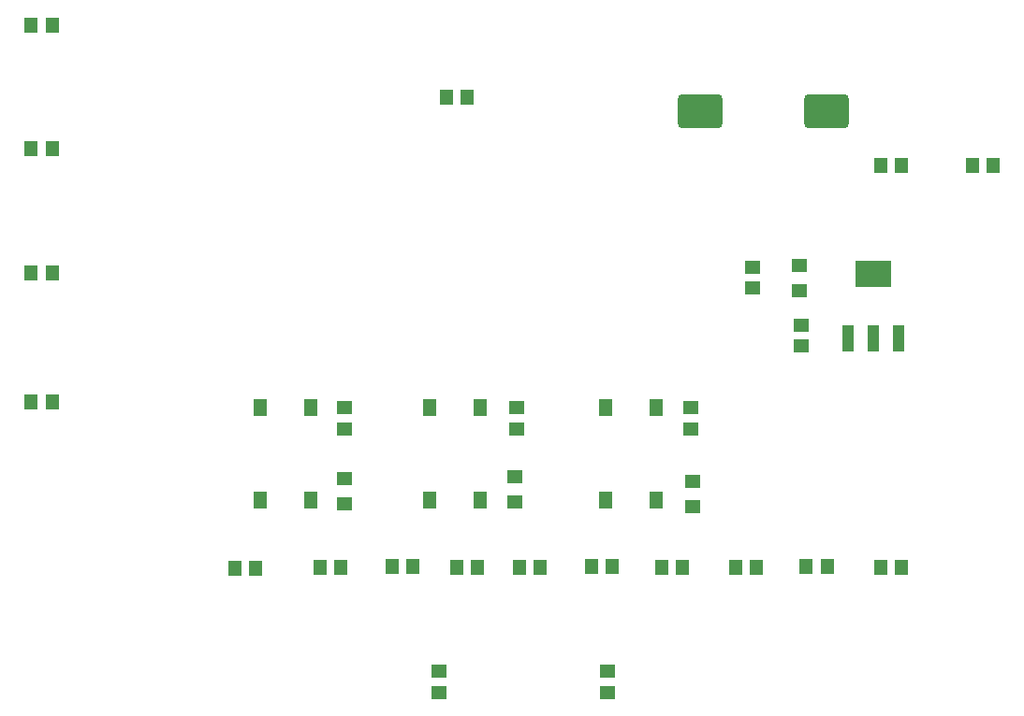
<source format=gtp>
G04*
G04 #@! TF.GenerationSoftware,Altium Limited,Altium Designer,21.3.2 (30)*
G04*
G04 Layer_Color=8421504*
%FSTAX44Y44*%
%MOMM*%
G71*
G04*
G04 #@! TF.SameCoordinates,BAFF9CCB-06E3-4415-8BD8-540CAB7B7E79*
G04*
G04*
G04 #@! TF.FilePolarity,Positive*
G04*
G01*
G75*
G04:AMPARAMS|DCode=21|XSize=4mm|YSize=3mm|CornerRadius=0.3mm|HoleSize=0mm|Usage=FLASHONLY|Rotation=180.000|XOffset=0mm|YOffset=0mm|HoleType=Round|Shape=RoundedRectangle|*
%AMROUNDEDRECTD21*
21,1,4.0000,2.4000,0,0,180.0*
21,1,3.4000,3.0000,0,0,180.0*
1,1,0.6000,-1.7000,1.2000*
1,1,0.6000,1.7000,1.2000*
1,1,0.6000,1.7000,-1.2000*
1,1,0.6000,-1.7000,-1.2000*
%
%ADD21ROUNDEDRECTD21*%
%ADD22R,1.4000X1.2000*%
%ADD23R,1.2000X1.4000*%
%ADD24R,1.3970X1.2700*%
%ADD25R,1.0000X2.4000*%
%ADD26R,3.3000X2.4000*%
%ADD27R,1.2700X1.5240*%
D21*
X006669Y0057912D02*
D03*
X007809D02*
D03*
D22*
X00714402Y00418742D02*
D03*
Y00437742D02*
D03*
X00501042Y00310446D02*
D03*
Y00291446D02*
D03*
X00658522Y00310446D02*
D03*
Y00291446D02*
D03*
X00344832Y00310446D02*
D03*
Y00291446D02*
D03*
X00582896Y00052686D02*
D03*
Y00071686D02*
D03*
X00430496Y00052686D02*
D03*
Y00071686D02*
D03*
X00758156Y00366376D02*
D03*
Y00385376D02*
D03*
D23*
X00061664Y00545492D02*
D03*
X00080664D02*
D03*
X00061664Y00432462D02*
D03*
X00080664D02*
D03*
X00061664Y00315622D02*
D03*
X00080664D02*
D03*
X00650894Y0016627D02*
D03*
X00631894D02*
D03*
X00830014D02*
D03*
X00849014D02*
D03*
X00781704Y00166336D02*
D03*
X00762704D02*
D03*
X00699116Y00166216D02*
D03*
X00718116D02*
D03*
X00503536D02*
D03*
X00522536D02*
D03*
X00587394Y00166336D02*
D03*
X00568394D02*
D03*
X00446474Y0016627D02*
D03*
X00465474D02*
D03*
X00342196Y00166216D02*
D03*
X00323196D02*
D03*
X00407054Y00166336D02*
D03*
X00388054D02*
D03*
X0093213Y0052959D02*
D03*
X0091313D02*
D03*
X00080664Y00657252D02*
D03*
X00061664D02*
D03*
X00245726Y00165134D02*
D03*
X00264726D02*
D03*
X00437496Y00591854D02*
D03*
X00456496D02*
D03*
X00830014Y00530252D02*
D03*
X00849014D02*
D03*
D24*
X0049911Y0024765D02*
D03*
Y0022479D02*
D03*
X006604Y0024384D02*
D03*
Y0022098D02*
D03*
X0034544Y0024638D02*
D03*
Y0022352D02*
D03*
X0075692Y0041656D02*
D03*
Y0043942D02*
D03*
D25*
X008004Y00373638D02*
D03*
X008234D02*
D03*
X008464D02*
D03*
D26*
X008234Y00431638D02*
D03*
D27*
X00626872Y00310854D02*
D03*
X00581152D02*
D03*
X00626872Y00227034D02*
D03*
X00581152D02*
D03*
X00468122Y00310854D02*
D03*
X00422402D02*
D03*
X00468122Y00227034D02*
D03*
X00422402D02*
D03*
X00314452Y00310854D02*
D03*
X00268732D02*
D03*
X00314452Y00227034D02*
D03*
X00268732D02*
D03*
M02*

</source>
